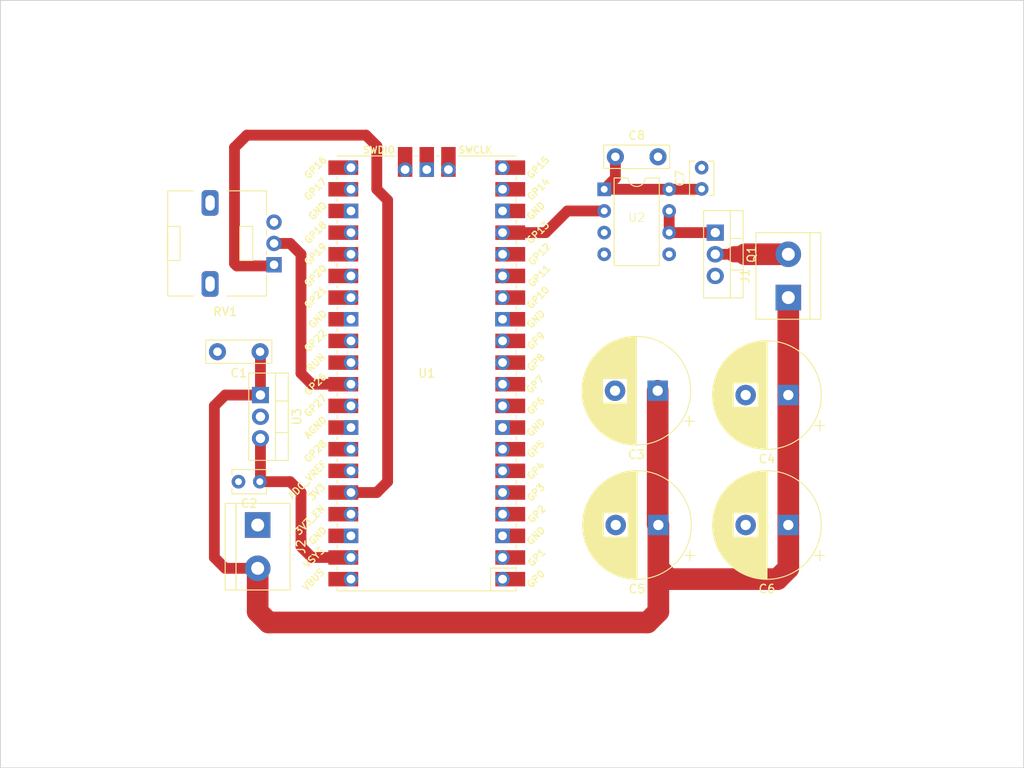
<source format=kicad_pcb>
(kicad_pcb (version 20221018) (generator pcbnew)
  (layers (0 "F.Cu" signal) (31 "B.Cu" signal) (34 "B.Paste" user) (35 "F.Paste" user) (36 "B.SilkS" user "B.Silkscreen") (37 "F.SilkS" user "F.Silkscreen") (38 "B.Mask" user) (39 "F.Mask" user) (44 "Edge.Cuts" user))
  (net 0 "")
  (net 1 "+12V")
  (net 2 "GND")
  (net 3 "+5V")
  (net 4 "Net-(J1-Pin_2)")
  (net 5 "Net-(Q1-G)")
  (net 6 "/MCP_IN")
  (net 37 "+3.3V")
  (net 38 "/POT_IN")
  (footprint "CustomKicadFootprint:MCP1406" (layer "F.Cu") (at 134.62 60.96)
    (fp_text reference "U2" (at 0 -0.5 unlocked) (layer "F.SilkS") (effects (font (thickness 0.1))))
    (fp_text value "~")
    (pad "" thru_hole oval (at -3.81 1.27) (size 1.6 1.6) (drill 0.8) (layers "*.Cu" "*.Mask"))
    (pad "1" thru_hole rect (at -3.81 -3.81) (size 1.6 1.6) (drill 0.8) (layers "*.Cu" "*.Mask") (net 1 "+12V"))
    (pad "1" thru_hole oval (at 3.81 -3.81) (size 1.6 1.6) (drill 0.8) (layers "*.Cu" "*.Mask") (net 1 "+12V"))
    (pad "2" thru_hole oval (at -3.81 -1.27) (size 1.6 1.6) (drill 0.8) (layers "*.Cu" "*.Mask") (net 6 "/MCP_IN"))
    (pad "4" thru_hole oval (at -3.81 3.81) (size 1.6 1.6) (drill 0.8) (layers "*.Cu" "*.Mask") (net 2 "GND"))
    (pad "4" thru_hole oval (at 3.81 3.81) (size 1.6 1.6) (drill 0.8) (layers "*.Cu" "*.Mask") (net 2 "GND"))
    (pad "6" thru_hole oval (at 3.81 -1.27) (size 1.6 1.6) (drill 0.8) (layers "*.Cu" "*.Mask") (net 5 "Net-(Q1-G)"))
    (pad "6" thru_hole oval (at 3.81 1.27) (size 1.6 1.6) (drill 0.8) (layers "*.Cu" "*.Mask") (net 5 "Net-(Q1-G)"))
  )
  (footprint "Package_TO_SOT_THT:TO-220-3_Vertical" (layer "F.Cu") (at 90.495 81.28 -90)
    (fp_text reference "U3" (at 2.54 -4.27 90) (layer "F.SilkS"))
    (fp_text value "L7805")
    (pad "1" thru_hole rect (at 0 0 270) (size 1.905 2) (drill 1.1) (layers "*.Cu" "*.Mask") (net 1 "+12V"))
    (pad "2" thru_hole oval (at 2.54 0 270) (size 1.905 2) (drill 1.1) (layers "*.Cu" "*.Mask") (net 2 "GND"))
    (pad "3" thru_hole oval (at 5.08 0 270) (size 1.905 2) (drill 1.1) (layers "*.Cu" "*.Mask") (net 3 "+5V"))
  )
  (footprint "Package_TO_SOT_THT:TO-220-3_Vertical" (layer "F.Cu") (at 143.835 62.23 -90)
    (fp_text reference "Q1" (at 2.54 -4.27 90) (layer "F.SilkS"))
    (fp_text value "IRF740")
    (pad "1" thru_hole rect (at 0 0 270) (size 1.905 2) (drill 1.1) (layers "*.Cu" "*.Mask") (net 5 "Net-(Q1-G)"))
    (pad "2" thru_hole oval (at 2.54 0 270) (size 1.905 2) (drill 1.1) (layers "*.Cu" "*.Mask") (net 4 "Net-(J1-Pin_2)"))
    (pad "3" thru_hole oval (at 5.08 0 270) (size 1.905 2) (drill 1.1) (layers "*.Cu" "*.Mask") (net 2 "GND"))
  )
  (footprint "Capacitor_THT:C_Disc_D7.5mm_W2.5mm_P5.00mm" (layer "F.Cu") (at 90.455 76.2 180)
    (fp_text reference "C1" (at 2.5 -2.5) (layer "F.SilkS"))
    (fp_text value "0.22u")
    (pad "1" thru_hole circle (at 0 0 180) (size 2 2) (drill 1) (layers "*.Cu" "*.Mask") (net 1 "+12V"))
    (pad "2" thru_hole circle (at 5 0 180) (size 2 2) (drill 1) (layers "*.Cu" "*.Mask") (net 2 "GND"))
  )
  (footprint "Capacitor_THT:C_Disc_D3.8mm_W2.6mm_P2.50mm" (layer "F.Cu") (at 90.419 91.44 180)
    (fp_text reference "C2" (at 1.25 -2.55) (layer "F.SilkS"))
    (fp_text value "0.1u")
    (pad "1" thru_hole circle (at 0 0 180) (size 1.6 1.6) (drill 0.8) (layers "*.Cu" "*.Mask") (net 3 "+5V"))
    (pad "2" thru_hole circle (at 2.5 0 180) (size 1.6 1.6) (drill 0.8) (layers "*.Cu" "*.Mask") (net 2 "GND"))
  )
  (footprint "TerminalBlock:TerminalBlock_bornier-2_P5.08mm" (layer "F.Cu") (at 90.17 96.52 -90)
    (fp_text reference "J2" (at 2.54 -5.08 90) (layer "F.SilkS"))
    (fp_text value "POWER")
    (pad "1" thru_hole rect (at 0 0 270) (size 3 3) (drill 1.52) (layers "*.Cu" "*.Mask") (net 2 "GND"))
    (pad "2" thru_hole circle (at 5.08 0 270) (size 3 3) (drill 1.52) (layers "*.Cu" "*.Mask") (net 1 "+12V"))
  )
  (footprint "Capacitor_THT:CP_Radial_D12.5mm_P5.00mm" (layer "F.Cu") (at 152.4 81.28 180)
    (fp_text reference "C4" (at 2.5 -7.5) (layer "F.SilkS"))
    (fp_text value "1000u")
    (pad "1" thru_hole rect (at 0 0 180) (size 2.4 2.4) (drill 1.2) (layers "*.Cu" "*.Mask") (net 1 "+12V"))
    (pad "2" thru_hole circle (at 5 0 180) (size 2.4 2.4) (drill 1.2) (layers "*.Cu" "*.Mask") (net 2 "GND"))
  )
  (footprint "Capacitor_THT:CP_Radial_D12.5mm_P5.00mm" (layer "F.Cu") (at 152.4 96.52 180)
    (fp_text reference "C6" (at 2.5 -7.5) (layer "F.SilkS"))
    (fp_text value "1000u")
    (pad "1" thru_hole rect (at 0 0 180) (size 2.4 2.4) (drill 1.2) (layers "*.Cu" "*.Mask") (net 1 "+12V"))
    (pad "2" thru_hole circle (at 5 0 180) (size 2.4 2.4) (drill 1.2) (layers "*.Cu" "*.Mask") (net 2 "GND"))
  )
  (footprint "TerminalBlock:TerminalBlock_bornier-2_P5.08mm" (layer "F.Cu") (at 152.4 69.85 90)
    (fp_text reference "J1" (at 2.54 -5.08 90) (layer "F.SilkS"))
    (fp_text value "LED")
    (pad "1" thru_hole rect (at 0 0 90) (size 3 3) (drill 1.52) (layers "*.Cu" "*.Mask") (net 1 "+12V"))
    (pad "2" thru_hole circle (at 5.08 0 90) (size 3 3) (drill 1.52) (layers "*.Cu" "*.Mask") (net 4 "Net-(J1-Pin_2)"))
  )
  (footprint "Capacitor_THT:CP_Radial_D12.5mm_P5.00mm" (layer "F.Cu") (at 137.08 80.772 180)
    (fp_text reference "C3" (at 2.5 -7.5) (layer "F.SilkS"))
    (fp_text value "1000u")
    (pad "1" thru_hole rect (at 0 0 180) (size 2.4 2.4) (drill 1.2) (layers "*.Cu" "*.Mask") (net 1 "+12V"))
    (pad "2" thru_hole circle (at 5 0 180) (size 2.4 2.4) (drill 1.2) (layers "*.Cu" "*.Mask") (net 2 "GND"))
  )
  (footprint "MCU_RaspberryPi_and_Boards:RPi_Pico_SMD_TH" (layer "F.Cu") (at 110 78.74 180)
    (fp_text reference "U1" (at 0 0) (layer "F.SilkS"))
    (fp_text value "Pico")
    (fp_text user "GP13" (at -13.054 16.51 45) (layer "F.SilkS") (effects (font (size 0.8 0.8))))
    (fp_text user "GP20" (at 13.054 11.43 45) (layer "F.SilkS") (effects (font (size 0.8 0.8))))
    (fp_text user "GP2" (at -12.9 -16.51 45) (layer "F.SilkS") (effects (font (size 0.8 0.8))))
    (fp_text user "GP26" (at 13.054 -1.27 45) (layer "F.SilkS") (effects (font (size 0.8 0.8))))
    (fp_text user "GP10" (at -13.054 8.89 45) (layer "F.SilkS") (effects (font (size 0.8 0.8))))
    (fp_text user "SWCLK" (at -5.7 26.2) (layer "F.SilkS") (effects (font (size 0.8 0.8))))
    (fp_text user "GND" (at -12.8 19.05 45) (layer "F.SilkS") (effects (font (size 0.8 0.8))))
    (fp_text user "GP6" (at -12.8 -3.81 45) (layer "F.SilkS") (effects (font (size 0.8 0.8))))
    (fp_text user "GP17" (at 13.054 21.59 45) (layer "F.SilkS") (effects (font (size 0.8 0.8))))
    (fp_text user "GND" (at -12.8 -6.35 45) (layer "F.SilkS") (effects (font (size 0.8 0.8))))
    (fp_text user "RUN" (at 13 1.27 45) (layer "F.SilkS") (effects (font (size 0.8 0.8))))
    (fp_text user "GP16" (at 13.054 24.13 45) (layer "F.SilkS") (effects (font (size 0.8 0.8))))
    (fp_text user "GP15" (at -13.054 24.13 45) (layer "F.SilkS") (effects (font (size 0.8 0.8))))
    (fp_text user "SWDIO" (at 5.6 26.2) (layer "F.SilkS") (effects (font (size 0.8 0.8))))
    (fp_text user "GP7" (at -12.7 -1.3 45) (layer "F.SilkS") (effects (font (size 0.8 0.8))))
    (fp_text user "GND" (at 12.8 6.35 45) (layer "F.SilkS") (effects (font (size 0.8 0.8))))
    (fp_text user "GP28" (at 13.054 -9.144 45) (layer "F.SilkS") (effects (font (size 0.8 0.8))))
    (fp_text user "AGND" (at 13.054 -6.35 45) (layer "F.SilkS") (effects (font (size 0.8 0.8))))
    (fp_text user "GP11" (at -13.2 11.43 45) (layer "F.SilkS") (effects (font (size 0.8 0.8))))
    (fp_text user "GP0" (at -12.8 -24.13 45) (layer "F.SilkS") (effects (font (size 0.8 0.8))))
    (fp_text user "GND" (at -12.8 -19.05 45) (layer "F.SilkS") (effects (font (size 0.8 0.8))))
    (fp_text user "GND" (at -12.8 6.35 45) (layer "F.SilkS") (effects (font (size 0.8 0.8))))
    (fp_text user "GP9" (at -12.8 3.81 45) (layer "F.SilkS") (effects (font (size 0.8 0.8))))
    (fp_text user "GP4" (at -12.8 -11.43 45) (layer "F.SilkS") (effects (font (size 0.8 0.8))))
    (fp_text user "GP21" (at 13.054 8.9 45) (layer "F.SilkS") (effects (font (size 0.8 0.8))))
    (fp_text user "VBUS" (at 13.3 -24.2 45) (layer "F.SilkS") (effects (font (size 0.8 0.8))))
    (fp_text user "GP3" (at -12.8 -13.97 45) (layer "F.SilkS") (effects (font (size 0.8 0.8))))
    (fp_text user "GP18" (at 13.054 16.51 45) (layer "F.SilkS") (effects (font (size 0.8 0.8))))
    (fp_text user "GP22" (at 13.054 3.81 45) (layer "F.SilkS") (effects (font (size 0.8 0.8))))
    (fp_text user "GND" (at 12.8 19.05 45) (layer "F.SilkS") (effects (font (size 0.8 0.8))))
    (fp_text user "GP1" (at -12.9 -21.6 45) (layer "F.SilkS") (effects (font (size 0.8 0.8))))
    (fp_text user "GP19" (at 13.054 13.97 45) (layer "F.SilkS") (effects (font (size 0.8 0.8))))
    (fp_text user "GND" (at 12.8 -19.05 45) (layer "F.SilkS") (effects (font (size 0.8 0.8))))
    (fp_text user "GP12" (at -13.2 13.97 45) (layer "F.SilkS") (effects (font (size 0.8 0.8))))
    (fp_text user "ADC_VREF" (at 14 -12.5 45) (layer "F.SilkS") (effects (font (size 0.8 0.8))))
    (fp_text user "GP8" (at -12.8 1.27 45) (layer "F.SilkS") (effects (font (size 0.8 0.8))))
    (fp_text user "3V3" (at 12.9 -13.9 45) (layer "F.SilkS") (effects (font (size 0.8 0.8))))
    (fp_text user "3V3_EN" (at 13.7 -17.2 45) (layer "F.SilkS") (effects (font (size 0.8 0.8))))
    (fp_text user "VSYS" (at 13.2 -21.59 45) (layer "F.SilkS") (effects (font (size 0.8 0.8))))
    (fp_text user "GP5" (at -12.8 -8.89 45) (layer "F.SilkS") (effects (font (size 0.8 0.8))))
    (fp_text user "GP27" (at 13.054 -3.8 45) (layer "F.SilkS") (effects (font (size 0.8 0.8))))
    (fp_text user "GP14" (at -13.1 21.59 45) (layer "F.SilkS") (effects (font (size 0.8 0.8))))
    (pad "" np_thru_hole oval (at -2.725 -24 180) (size 1.8 1.8) (drill 1.8) (layers "*.Cu" "*.Mask"))
    (pad "" np_thru_hole oval (at -2.425 -20.97 180) (size 1.5 1.5) (drill 1.5) (layers "*.Cu" "*.Mask"))
    (pad "" np_thru_hole oval (at 2.425 -20.97 180) (size 1.5 1.5) (drill 1.5) (layers "*.Cu" "*.Mask"))
    (pad "" np_thru_hole oval (at 2.725 -24 180) (size 1.8 1.8) (drill 1.8) (layers "*.Cu" "*.Mask"))
    (pad "1" thru_hole oval (at -8.89 -24.13 180) (size 1.7 1.7) (drill 1.02) (layers "*.Cu" "*.Mask"))
    (pad "1" smd rect (at -8.89 -24.13 180) (size 3.5 1.7) (drill (offset -0.9 0)) (layers "F.Cu" "F.Mask"))
    (pad "2" thru_hole oval (at -8.89 -21.59 180) (size 1.7 1.7) (drill 1.02) (layers "*.Cu" "*.Mask"))
    (pad "2" smd rect (at -8.89 -21.59 180) (size 3.5 1.7) (drill (offset -0.9 0)) (layers "F.Cu" "F.Mask"))
    (pad "3" thru_hole rect (at -8.89 -19.05 180) (size 1.7 1.7) (drill 1.02) (layers "*.Cu" "*.Mask") (net 2 "GND"))
    (pad "3" smd rect (at -8.89 -19.05 180) (size 3.5 1.7) (drill (offset -0.9 0)) (layers "F.Cu" "F.Mask") (net 2 "GND"))
    (pad "4" thru_hole oval (at -8.89 -16.51 180) (size 1.7 1.7) (drill 1.02) (layers "*.Cu" "*.Mask"))
    (pad "4" smd rect (at -8.89 -16.51 180) (size 3.5 1.7) (drill (offset -0.9 0)) (layers "F.Cu" "F.Mask"))
    (pad "5" thru_hole oval (at -8.89 -13.97 180) (size 1.7 1.7) (drill 1.02) (layers "*.Cu" "*.Mask"))
    (pad "5" smd rect (at -8.89 -13.97 180) (size 3.5 1.7) (drill (offset -0.9 0)) (layers "F.Cu" "F.Mask"))
    (pad "6" thru_hole oval (at -8.89 -11.43 180) (size 1.7 1.7) (drill 1.02) (layers "*.Cu" "*.Mask"))
    (pad "6" smd rect (at -8.89 -11.43 180) (size 3.5 1.7) (drill (offset -0.9 0)) (layers "F.Cu" "F.Mask"))
    (pad "7" thru_hole oval (at -8.89 -8.89 180) (size 1.7 1.7) (drill 1.02) (layers "*.Cu" "*.Mask"))
    (pad "7" smd rect (at -8.89 -8.89 180) (size 3.5 1.7) (drill (offset -0.9 0)) (layers "F.Cu" "F.Mask"))
    (pad "8" thru_hole rect (at -8.89 -6.35 180) (size 1.7 1.7) (drill 1.02) (layers "*.Cu" "*.Mask") (net 2 "GND"))
    (pad "8" smd rect (at -8.89 -6.35 180) (size 3.5 1.7) (drill (offset -0.9 0)) (layers "F.Cu" "F.Mask") (net 2 "GND"))
    (pad "9" thru_hole oval (at -8.89 -3.81 180) (size 1.7 1.7) (drill 1.02) (layers "*.Cu" "*.Mask"))
    (pad "9" smd rect (at -8.89 -3.81 180) (size 3.5 1.7) (drill (offset -0.9 0)) (layers "F.Cu" "F.Mask"))
    (pad "10" thru_hole oval (at -8.89 -1.27 180) (size 1.7 1.7) (drill 1.02) (layers "*.Cu" "*.Mask"))
    (pad "10" smd rect (at -8.89 -1.27 180) (size 3.5 1.7) (drill (offset -0.9 0)) (layers "F.Cu" "F.Mask"))
    (pad "11" thru_hole oval (at -8.89 1.27 180) (size 1.7 1.7) (drill 1.02) (layers "*.Cu" "*.Mask"))
    (pad "11" smd rect (at -8.89 1.27 180) (size 3.5 1.7) (drill (offset -0.9 0)) (layers "F.Cu" "F.Mask"))
    (pad "12" thru_hole oval (at -8.89 3.81 180) (size 1.7 1.7) (drill 1.02) (layers "*.Cu" "*.Mask"))
    (pad "12" smd rect (at -8.89 3.81 180) (size 3.5 1.7) (drill (offset -0.9 0)) (layers "F.Cu" "F.Mask"))
    (pad "13" thru_hole rect (at -8.89 6.35 180) (size 1.7 1.7) (drill 1.02) (layers "*.Cu" "*.Mask") (net 2 "GND"))
    (pad "13" smd rect (at -8.89 6.35 180) (size 3.5 1.7) (drill (offset -0.9 0)) (layers "F.Cu" "F.Mask") (net 2 "GND"))
    (pad "14" thru_hole oval (at -8.89 8.89 180) (size 1.7 1.7) (drill 1.02) (layers "*.Cu" "*.Mask"))
    (pad "14" smd rect (at -8.89 8.89 180) (size 3.5 1.7) (drill (offset -0.9 0)) (layers "F.Cu" "F.Mask"))
    (pad "15" thru_hole oval (at -8.89 11.43 180) (size 1.7 1.7) (drill 1.02) (layers "*.Cu" "*.Mask"))
    (pad "15" smd rect (at -8.89 11.43 180) (size 3.5 1.7) (drill (offset -0.9 0)) (layers "F.Cu" "F.Mask"))
    (pad "16" thru_hole oval (at -8.89 13.97 180) (size 1.7 1.7) (drill 1.02) (layers "*.Cu" "*.Mask"))
    (pad "16" smd rect (at -8.89 13.97 180) (size 3.5 1.7) (drill (offset -0.9 0)) (layers "F.Cu" "F.Mask"))
    (pad "17" thru_hole oval (at -8.89 16.51 180) (size 1.7 1.7) (drill 1.02) (layers "*.Cu" "*.Mask") (net 6 "/MCP_IN"))
    (pad "17" smd rect (at -8.89 16.51 180) (size 3.5 1.7) (drill (offset -0.9 0)) (layers "F.Cu" "F.Mask") (net 6 "/MCP_IN"))
    (pad "18" thru_hole rect (at -8.89 19.05 180) (size 1.7 1.7) (drill 1.02) (layers "*.Cu" "*.Mask") (net 2 "GND"))
    (pad "18" smd rect (at -8.89 19.05 180) (size 3.5 1.7) (drill (offset -0.9 0)) (layers "F.Cu" "F.Mask") (net 2 "GND"))
    (pad "19" thru_hole oval (at -8.89 21.59 180) (size 1.7 1.7) (drill 1.02) (layers "*.Cu" "*.Mask"))
    (pad "19" smd rect (at -8.89 21.59 180) (size 3.5 1.7) (drill (offset -0.9 0)) (layers "F.Cu" "F.Mask"))
    (pad "20" thru_hole oval (at -8.89 24.13 180) (size 1.7 1.7) (drill 1.02) (layers "*.Cu" "*.Mask"))
    (pad "20" smd rect (at -8.89 24.13 180) (size 3.5 1.7) (drill (offset -0.9 0)) (layers "F.Cu" "F.Mask"))
    (pad "21" thru_hole oval (at 8.89 24.13 180) (size 1.7 1.7) (drill 1.02) (layers "*.Cu" "*.Mask"))
    (pad "21" smd rect (at 8.89 24.13 180) (size 3.5 1.7) (drill (offset 0.9 0)) (layers "F.Cu" "F.Mask"))
    (pad "22" thru_hole oval (at 8.89 21.59 180) (size 1.7 1.7) (drill 1.02) (layers "*.Cu" "*.Mask"))
    (pad "22" smd rect (at 8.89 21.59 180) (size 3.5 1.7) (drill (offset 0.9 0)) (layers "F.Cu" "F.Mask"))
    (pad "23" thru_hole rect (at 8.89 19.05 180) (size 1.7 1.7) (drill 1.02) (layers "*.Cu" "*.Mask") (net 2 "GND"))
    (pad "23" smd rect (at 8.89 19.05 180) (size 3.5 1.7) (drill (offset 0.9 0)) (layers "F.Cu" "F.Mask") (net 2 "GND"))
    (pad "24" thru_hole oval (at 8.89 16.51 180) (size 1.7 1.7) (drill 1.02) (layers "*.Cu" "*.Mask"))
    (pad "24" smd rect (at 8.89 16.51 180) (size 3.5 1.7) (drill (offset 0.9 0)) (layers "F.Cu" "F.Mask"))
    (pad "25" thru_hole oval (at 8.89 13.97 180) (size 1.7 1.7) (drill 1.02) (layers "*.Cu" "*.Mask"))
    (pad "25" smd rect (at 8.89 13.97 180) (size 3.5 1.7) (drill (offset 0.9 0)) (layers "F.Cu" "F.Mask"))
    (pad "26" thru_hole oval (at 8.89 11.43 180) (size 1.7 1.7) (drill 1.02) (layers "*.Cu" "*.Mask"))
    (pad "26" smd rect (at 8.89 11.43 180) (size 3.5 1.7) (drill (offset 0.9 0)) (layers "F.Cu" "F.Mask"))
    (pad "27" thru_hole oval (at 8.89 8.89 180) (size 1.7 1.7) (drill 1.02) (layers "*.Cu" "*.Mask"))
    (pad "27" smd rect (at 8.89 8.89 180) (size 3.5 1.7) (drill (offset 0.9 0)) (layers "F.Cu" "F.Mask"))
    (pad "28" thru_hole rect (at 8.89 6.35 180) (size 1.7 1.7) (drill 1.02) (layers "*.Cu" "*.Mask") (net 2 "GND"))
    (pad "28" smd rect (at 8.89 6.35 180) (size 3.5 1.7) (drill (offset 0.9 0)) (layers "F.Cu" "F.Mask") (net 2 "GND"))
    (pad "29" thru_hole oval (at 8.89 3.81 180) (size 1.7 1.7) (drill 1.02) (layers "*.Cu" "*.Mask"))
    (pad "29" smd rect (at 8.89 3.81 180) (size 3.5 1.7) (drill (offset 0.9 0)) (layers "F.Cu" "F.Mask"))
    (pad "30" thru_hole oval (at 8.89 1.27 180) (size 1.7 1.7) (drill 1.02) (layers "*.Cu" "*.Mask"))
    (pad "30" smd rect (at 8.89 1.27 180) (size 3.5 1.7) (drill (offset 0.9 0)) (layers "F.Cu" "F.Mask"))
    (pad "31" thru_hole oval (at 8.89 -1.27 180) (size 1.7 1.7) (drill 1.02) (layers "*.Cu" "*.Mask") (net 38 "/POT_IN"))
    (pad "31" smd rect (at 8.89 -1.27 180) (size 3.5 1.7) (drill (offset 0.9 0)) (layers "F.Cu" "F.Mask") (net 38 "/POT_IN"))
    (pad "32" thru_hole oval (at 8.89 -3.81 180) (size 1.7 1.7) (drill 1.02) (layers "*.Cu" "*.Mask"))
    (pad "32" smd rect (at 8.89 -3.81 180) (size 3.5 1.7) (drill (offset 0.9 0)) (layers "F.Cu" "F.Mask"))
    (pad "33" thru_hole rect (at 8.89 -6.35 180) (size 1.7 1.7) (drill 1.02) (layers "*.Cu" "*.Mask") (net 2 "GND"))
    (pad "33" smd rect (at 8.89 -6.35 180) (size 3.5 1.7) (drill (offset 0.9 0)) (layers "F.Cu" "F.Mask") (net 2 "GND"))
    (pad "34" thru_hole oval (at 8.89 -8.89 180) (size 1.7 1.7) (drill 1.02) (layers "*.Cu" "*.Mask"))
    (pad "34" smd rect (at 8.89 -8.89 180) (size 3.5 1.7) (drill (offset 0.9 0)) (layers "F.Cu" "F.Mask"))
    (pad "35" thru_hole oval (at 8.89 -11.43 180) (size 1.7 1.7) (drill 1.02) (layers "*.Cu" "*.Mask"))
    (pad "35" smd rect (at 8.89 -11.43 180) (size 3.5 1.7) (drill (offset 0.9 0)) (layers "F.Cu" "F.Mask"))
    (pad "36" thru_hole oval (at 8.89 -13.97 180) (size 1.7 1.7) (drill 1.02) (layers "*.Cu" "*.Mask") (net 37 "+3.3V"))
    (pad "36" smd rect (at 8.89 -13.97 180) (size 3.5 1.7) (drill (offset 0.9 0)) (layers "F.Cu" "F.Mask") (net 37 "+3.3V"))
    (pad "37" thru_hole oval (at 8.89 -16.51 180) (size 1.7 1.7) (drill 1.02) (layers "*.Cu" "*.Mask"))
    (pad "37" smd rect (at 8.89 -16.51 180) (size 3.5 1.7) (drill (offset 0.9 0)) (layers "F.Cu" "F.Mask"))
    (pad "38" thru_hole rect (at 8.89 -19.05 180) (size 1.7 1.7) (drill 1.02) (layers "*.Cu" "*.Mask") (net 2 "GND"))
    (pad "38" smd rect (at 8.89 -19.05 180) (size 3.5 1.7) (drill (offset 0.9 0)) (layers "F.Cu" "F.Mask") (net 2 "GND"))
    (pad "39" thru_hole oval (at 8.89 -21.59 180) (size 1.7 1.7) (drill 1.02) (layers "*.Cu" "*.Mask") (net 3 "+5V"))
    (pad "39" smd rect (at 8.89 -21.59 180) (size 3.5 1.7) (drill (offset 0.9 0)) (layers "F.Cu" "F.Mask") (net 3 "+5V"))
    (pad "40" thru_hole oval (at 8.89 -24.13 180) (size 1.7 1.7) (drill 1.02) (layers "*.Cu" "*.Mask"))
    (pad "40" smd rect (at 8.89 -24.13 180) (size 3.5 1.7) (drill (offset 0.9 0)) (layers "F.Cu" "F.Mask"))
    (pad "41" thru_hole oval (at -2.54 23.9 180) (size 1.7 1.7) (drill 1.02) (layers "*.Cu" "*.Mask"))
    (pad "41" smd rect (at -2.54 23.9 270) (size 3.5 1.7) (drill (offset -0.9 0)) (layers "F.Cu" "F.Mask"))
    (pad "42" thru_hole rect (at 0 23.9 180) (size 1.7 1.7) (drill 1.02) (layers "*.Cu" "*.Mask") (net 2 "GND"))
    (pad "42" smd rect (at 0 23.9 270) (size 3.5 1.7) (drill (offset -0.9 0)) (layers "F.Cu" "F.Mask") (net 2 "GND"))
    (pad "43" thru_hole oval (at 2.54 23.9 180) (size 1.7 1.7) (drill 1.02) (layers "*.Cu" "*.Mask"))
    (pad "43" smd rect (at 2.54 23.9 270) (size 3.5 1.7) (drill (offset -0.9 0)) (layers "F.Cu" "F.Mask"))
  )
  (footprint "Capacitor_THT:C_Disc_D3.8mm_W2.6mm_P2.50mm" (layer "F.Cu") (at 142.24 57.11 90)
    (fp_text reference "C7" (at 1.25 -2.55 90) (layer "F.SilkS"))
    (fp_text value "0.1u")
    (pad "1" thru_hole circle (at 0 0 90) (size 1.6 1.6) (drill 0.8) (layers "*.Cu" "*.Mask") (net 1 "+12V"))
    (pad "2" thru_hole circle (at 2.5 0 90) (size 1.6 1.6) (drill 0.8) (layers "*.Cu" "*.Mask") (net 2 "GND"))
  )
  (footprint "Capacitor_THT:C_Disc_D7.5mm_W2.5mm_P5.00mm" (layer "F.Cu") (at 132.12 53.34)
    (fp_text reference "C8" (at 2.5 -2.5) (layer "F.SilkS"))
    (fp_text value "1u")
    (pad "1" thru_hole circle (at 0 0) (size 2 2) (drill 1) (layers "*.Cu" "*.Mask") (net 1 "+12V"))
    (pad "2" thru_hole circle (at 5 0) (size 2 2) (drill 1) (layers "*.Cu" "*.Mask") (net 2 "GND"))
  )
  (footprint "Potentiometer_THT:Potentiometer_Alps_RK09L_Single_Vertical" (layer "F.Cu") (at 92.085 66 180)
    (fp_text reference "RV1" (at 5.725 -5.5) (layer "F.SilkS"))
    (fp_text value "10k")
    (pad "1" thru_hole rect (at 0 0 180) (size 1.8 1.8) (drill 1) (layers "*.Cu" "*.Mask") (net 37 "+3.3V"))
    (pad "2" thru_hole circle (at 0 2.5 180) (size 1.8 1.8) (drill 1) (layers "*.Cu" "*.Mask") (net 38 "/POT_IN"))
    (pad "3" thru_hole circle (at 0 5 180) (size 1.8 1.8) (drill 1) (layers "*.Cu" "*.Mask") (net 2 "GND"))
    (pad "MP" thru_hole roundrect (at 7.5 -2.25 180) (size 2 3) (drill oval 1.1 1.8) (layers "*.Cu" "*.Mask"))
    (pad "MP" thru_hole roundrect (at 7.5 7.25 180) (size 2 3) (drill oval 1.1 1.8) (layers "*.Cu" "*.Mask"))
  )
  (footprint "Capacitor_THT:CP_Radial_D12.5mm_P5.00mm" (layer "F.Cu") (at 137.16 96.52 180)
    (fp_text reference "C5" (at 2.5 -7.5) (layer "F.SilkS"))
    (fp_text value "1000u")
    (pad "1" thru_hole rect (at 0 0 180) (size 2.4 2.4) (drill 1.2) (layers "*.Cu" "*.Mask") (net 1 "+12V"))
    (pad "2" thru_hole circle (at 5 0 180) (size 2.4 2.4) (drill 1.2) (layers "*.Cu" "*.Mask") (net 2 "GND"))
  )
  (gr_line (start 60 125) (end 60 35) (stroke (width 0.1)) (layer "Edge.Cuts"))
  (gr_line (start 180 125) (end 60 125) (stroke (width 0.1)) (layer "Edge.Cuts"))
  (gr_line (start 180 35) (end 180 125) (stroke (width 0.1)) (layer "Edge.Cuts"))
  (gr_line (start 60 35) (end 180 35) (stroke (width 0.1)) (layer "Edge.Cuts"))
  (segment (start 86.36 101.6) (end 85.09 100.33) (width 1.27) (layer "F.Cu") (net 1))
  (segment (start 138.43 102.87) (end 137.16 101.6) (width 2.54) (layer "F.Cu") (net 1))
  (segment (start 132.12 53.34) (end 132.12 55.84) (width 1.27) (layer "F.Cu") (net 1))
  (segment (start 137.08 80.772) (end 137.08 96.44) (width 2.54) (layer "F.Cu") (net 1))
  (segment (start 90.17 106.68) (end 91.44 107.95) (width 2.54) (layer "F.Cu") (net 1))
  (segment (start 152.4 96.52) (end 152.4 101.6) (width 2.54) (layer "F.Cu") (net 1))
  (segment (start 85.09 100.33) (end 85.09 82.55) (width 1.27) (layer "F.Cu") (net 1))
  (segment (start 142.2 57.15) (end 142.24 57.11) (width 1.27) (layer "F.Cu") (net 1))
  (segment (start 90.495 76.24) (end 90.455 76.2) (width 1.27) (layer "F.Cu") (net 1))
  (segment (start 91.44 107.95) (end 135.89 107.95) (width 2.54) (layer "F.Cu") (net 1))
  (segment (start 132.12 55.84) (end 130.81 57.15) (width 1.27) (layer "F.Cu") (net 1))
  (segment (start 137.16 106.68) (end 137.16 101.6) (width 2.54) (layer "F.Cu") (net 1))
  (segment (start 86.36 81.28) (end 90.495 81.28) (width 1.27) (layer "F.Cu") (net 1))
  (segment (start 90.17 101.6) (end 90.17 106.68) (width 2.54) (layer "F.Cu") (net 1))
  (segment (start 137.08 96.44) (end 137.16 96.52) (width 2.54) (layer "F.Cu") (net 1))
  (segment (start 152.4 101.6) (end 151.13 102.87) (width 2.54) (layer "F.Cu") (net 1))
  (segment (start 90.17 101.6) (end 86.36 101.6) (width 1.27) (layer "F.Cu") (net 1))
  (segment (start 85.09 82.55) (end 86.36 81.28) (width 1.27) (layer "F.Cu") (net 1))
  (segment (start 137.16 101.6) (end 137.16 96.52) (width 2.54) (layer "F.Cu") (net 1))
  (segment (start 130.81 57.15) (end 142.2 57.15) (width 1.27) (layer "F.Cu") (net 1))
  (segment (start 135.89 107.95) (end 137.16 106.68) (width 2.54) (layer "F.Cu") (net 1))
  (segment (start 152.4 69.85) (end 152.4 81.28) (width 2.54) (layer "F.Cu") (net 1))
  (segment (start 151.13 102.87) (end 138.43 102.87) (width 2.54) (layer "F.Cu") (net 1))
  (segment (start 90.495 81.28) (end 90.495 76.24) (width 1.27) (layer "F.Cu") (net 1))
  (segment (start 152.4 81.28) (end 152.4 96.52) (width 2.54) (layer "F.Cu") (net 1))
  (segment (start 101.072 100.368) (end 101.11 100.33) (width 1.27) (layer "F.Cu") (net 3))
  (segment (start 93.98 91.44) (end 95.25 92.71) (width 1.27) (layer "F.Cu") (net 3))
  (segment (start 90.495 86.36) (end 90.495 91.364) (width 1.27) (layer "F.Cu") (net 3))
  (segment (start 95.25 92.71) (end 95.25 99.06) (width 1.27) (layer "F.Cu") (net 3))
  (segment (start 96.52 100.33) (end 101.11 100.33) (width 1.27) (layer "F.Cu") (net 3))
  (segment (start 90.495 91.364) (end 90.419 91.44) (width 1.27) (layer "F.Cu") (net 3))
  (segment (start 95.25 99.06) (end 96.52 100.33) (width 1.27) (layer "F.Cu") (net 3))
  (segment (start 90.419 91.44) (end 93.98 91.44) (width 1.27) (layer "F.Cu") (net 3))
  (segment (start 147.32 64.77) (end 152.4 64.77) (width 2.54) (layer "F.Cu") (net 4))
  (segment (start 143.835 64.77) (end 146.05 64.77) (width 1.27) (layer "F.Cu") (net 4))
  (segment (start 146.05 64.77) (end 147.32 64.77) (width 1.905) (layer "F.Cu") (net 4))
  (segment (start 138.43 62.23) (end 143.835 62.23) (width 1.27) (layer "F.Cu") (net 5))
  (segment (start 138.43 59.69) (end 138.43 62.23) (width 1.27) (layer "F.Cu") (net 5))
  (segment (start 123.952 62.23) (end 126.492 59.69) (width 1.27) (layer "F.Cu") (net 6))
  (segment (start 118.89 62.23) (end 123.952 62.23) (width 1.27) (layer "F.Cu") (net 6))
  (segment (start 126.492 59.69) (end 130.81 59.69) (width 1.27) (layer "F.Cu") (net 6))
  (segment (start 105.41 58.42) (end 104.14 57.15) (width 1.27) (layer "F.Cu") (net 37))
  (segment (start 87.45 65.86) (end 87.725 66.135) (width 1.27) (layer "F.Cu") (net 37))
  (segment (start 104.14 92.71) (end 105.41 91.44) (width 1.27) (layer "F.Cu") (net 37))
  (segment (start 88.9 50.8) (end 87.45 52.25) (width 1.27) (layer "F.Cu") (net 37))
  (segment (start 102.87 50.8) (end 88.9 50.8) (width 1.27) (layer "F.Cu") (net 37))
  (segment (start 101.11 92.71) (end 104.14 92.71) (width 1.27) (layer "F.Cu") (net 37))
  (segment (start 104.14 57.15) (end 104.14 52.07) (width 1.27) (layer "F.Cu") (net 37))
  (segment (start 87.45 52.25) (end 87.45 65.86) (width 1.27) (layer "F.Cu") (net 37))
  (segment (start 91.95 66.135) (end 92.085 66) (width 1.27) (layer "F.Cu") (net 37))
  (segment (start 105.41 91.44) (end 105.41 58.42) (width 1.27) (layer "F.Cu") (net 37))
  (segment (start 104.14 52.07) (end 102.87 50.8) (width 1.27) (layer "F.Cu") (net 37))
  (segment (start 87.725 66.135) (end 91.95 66.135) (width 1.27) (layer "F.Cu") (net 37))
  (segment (start 93.98 63.5) (end 95.25 64.77) (width 1.27) (layer "F.Cu") (net 38))
  (segment (start 92.085 63.5) (end 93.98 63.5) (width 1.27) (layer "F.Cu") (net 38))
  (segment (start 95.25 64.77) (end 95.25 78.74) (width 1.27) (layer "F.Cu") (net 38))
  (segment (start 96.52 80.01) (end 101.11 80.01) (width 1.27) (layer "F.Cu") (net 38))
  (segment (start 95.25 78.74) (end 96.52 80.01) (width 1.27) (layer "F.Cu") (net 38))
)
</source>
